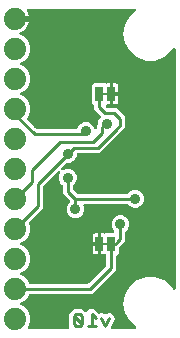
<source format=gbr>
G04 EAGLE Gerber RS-274X export*
G75*
%MOMM*%
%FSLAX34Y34*%
%LPD*%
%INBottom Copper*%
%IPPOS*%
%AMOC8*
5,1,8,0,0,1.08239X$1,22.5*%
G01*
%ADD10C,0.254000*%
%ADD11C,1.879600*%
%ADD12C,0.203200*%
%ADD13R,0.635000X1.270000*%
%ADD14C,0.889000*%

G36*
X57011Y4082D02*
X57011Y4082D01*
X57150Y4095D01*
X57169Y4102D01*
X57189Y4105D01*
X57318Y4156D01*
X57449Y4203D01*
X57466Y4214D01*
X57484Y4222D01*
X57596Y4303D01*
X57712Y4381D01*
X57725Y4397D01*
X57742Y4408D01*
X57830Y4515D01*
X57922Y4620D01*
X57932Y4638D01*
X57944Y4653D01*
X58004Y4779D01*
X58067Y4903D01*
X58071Y4923D01*
X58080Y4941D01*
X58106Y5077D01*
X58137Y5213D01*
X58136Y5234D01*
X58140Y5253D01*
X58131Y5392D01*
X58127Y5531D01*
X58121Y5551D01*
X58120Y5571D01*
X58077Y5703D01*
X58039Y5837D01*
X58028Y5854D01*
X58022Y5873D01*
X57948Y5991D01*
X57877Y6111D01*
X57858Y6132D01*
X57852Y6142D01*
X57837Y6156D01*
X57771Y6232D01*
X57746Y6256D01*
X57746Y16613D01*
X60648Y19514D01*
X61971Y20837D01*
X68938Y20837D01*
X71251Y18524D01*
X71346Y18451D01*
X71435Y18372D01*
X71471Y18354D01*
X71503Y18329D01*
X71612Y18282D01*
X71718Y18228D01*
X71757Y18219D01*
X71794Y18203D01*
X71912Y18184D01*
X72028Y18158D01*
X72069Y18159D01*
X72109Y18153D01*
X72227Y18164D01*
X72346Y18168D01*
X72385Y18179D01*
X72425Y18183D01*
X72537Y18223D01*
X72652Y18256D01*
X72686Y18277D01*
X72724Y18290D01*
X72823Y18357D01*
X72926Y18418D01*
X72971Y18458D01*
X72988Y18469D01*
X73001Y18484D01*
X73046Y18524D01*
X75360Y20837D01*
X78937Y20837D01*
X81839Y17936D01*
X82382Y17393D01*
X82441Y17347D01*
X82493Y17294D01*
X82566Y17250D01*
X82633Y17198D01*
X82702Y17168D01*
X82766Y17130D01*
X82847Y17105D01*
X82925Y17071D01*
X82999Y17060D01*
X83070Y17038D01*
X83155Y17035D01*
X83239Y17021D01*
X83314Y17028D01*
X83388Y17025D01*
X83471Y17043D01*
X83556Y17051D01*
X83626Y17076D01*
X83699Y17092D01*
X83847Y17155D01*
X85121Y17792D01*
X88441Y16685D01*
X88450Y16684D01*
X88458Y16680D01*
X88605Y16653D01*
X88753Y16623D01*
X88762Y16624D01*
X88771Y16622D01*
X88920Y16633D01*
X89071Y16641D01*
X89079Y16644D01*
X89088Y16644D01*
X89244Y16685D01*
X92563Y17792D01*
X95763Y16192D01*
X96895Y12798D01*
X93447Y5902D01*
X93415Y5812D01*
X93375Y5727D01*
X93363Y5663D01*
X93341Y5602D01*
X93333Y5507D01*
X93315Y5414D01*
X93319Y5350D01*
X93314Y5285D01*
X93329Y5191D01*
X93335Y5097D01*
X93355Y5035D01*
X93366Y4971D01*
X93404Y4884D01*
X93433Y4795D01*
X93468Y4740D01*
X93494Y4680D01*
X93553Y4606D01*
X93603Y4526D01*
X93651Y4481D01*
X93691Y4430D01*
X93766Y4373D01*
X93835Y4308D01*
X93892Y4277D01*
X93943Y4237D01*
X94031Y4200D01*
X94113Y4154D01*
X94176Y4138D01*
X94236Y4113D01*
X94330Y4099D01*
X94421Y4075D01*
X94532Y4068D01*
X94551Y4065D01*
X94560Y4066D01*
X94582Y4065D01*
X113769Y4065D01*
X113805Y4069D01*
X113840Y4067D01*
X113962Y4089D01*
X114085Y4105D01*
X114118Y4118D01*
X114153Y4124D01*
X114265Y4176D01*
X114381Y4222D01*
X114409Y4242D01*
X114441Y4257D01*
X114538Y4336D01*
X114638Y4408D01*
X114661Y4436D01*
X114688Y4458D01*
X114761Y4558D01*
X114841Y4653D01*
X114856Y4685D01*
X114877Y4714D01*
X114923Y4829D01*
X114976Y4941D01*
X114983Y4976D01*
X114996Y5009D01*
X115013Y5132D01*
X115036Y5253D01*
X115034Y5289D01*
X115039Y5324D01*
X115024Y5447D01*
X115016Y5571D01*
X115005Y5605D01*
X115001Y5640D01*
X114956Y5756D01*
X114918Y5873D01*
X114899Y5903D01*
X114887Y5936D01*
X114814Y6037D01*
X114748Y6142D01*
X114722Y6166D01*
X114702Y6195D01*
X114585Y6306D01*
X109415Y10644D01*
X105429Y17549D01*
X104045Y25400D01*
X105429Y33251D01*
X109415Y40155D01*
X115522Y45280D01*
X123014Y48007D01*
X130986Y48007D01*
X138478Y45280D01*
X144585Y40156D01*
X145967Y37762D01*
X146055Y37646D01*
X146140Y37528D01*
X146151Y37519D01*
X146159Y37509D01*
X146273Y37418D01*
X146385Y37325D01*
X146398Y37319D01*
X146408Y37311D01*
X146542Y37251D01*
X146673Y37190D01*
X146686Y37187D01*
X146699Y37182D01*
X146843Y37157D01*
X146986Y37130D01*
X146999Y37131D01*
X147012Y37128D01*
X147158Y37141D01*
X147303Y37150D01*
X147316Y37154D01*
X147329Y37155D01*
X147467Y37203D01*
X147605Y37248D01*
X147617Y37255D01*
X147630Y37259D01*
X147751Y37340D01*
X147874Y37418D01*
X147883Y37428D01*
X147895Y37435D01*
X147992Y37543D01*
X148092Y37649D01*
X148099Y37661D01*
X148108Y37671D01*
X148175Y37801D01*
X148246Y37928D01*
X148249Y37941D01*
X148255Y37953D01*
X148289Y38095D01*
X148325Y38236D01*
X148326Y38254D01*
X148328Y38263D01*
X148328Y38280D01*
X148335Y38397D01*
X148335Y241003D01*
X148317Y241148D01*
X148302Y241293D01*
X148297Y241306D01*
X148295Y241319D01*
X148242Y241454D01*
X148191Y241591D01*
X148183Y241602D01*
X148178Y241615D01*
X148093Y241732D01*
X148010Y241852D01*
X147999Y241861D01*
X147992Y241872D01*
X147880Y241965D01*
X147769Y242060D01*
X147757Y242066D01*
X147747Y242075D01*
X147615Y242137D01*
X147484Y242202D01*
X147471Y242205D01*
X147459Y242210D01*
X147317Y242238D01*
X147173Y242268D01*
X147160Y242268D01*
X147147Y242270D01*
X147002Y242261D01*
X146856Y242255D01*
X146842Y242251D01*
X146829Y242250D01*
X146691Y242206D01*
X146551Y242163D01*
X146539Y242156D01*
X146527Y242152D01*
X146404Y242075D01*
X146279Y241999D01*
X146269Y241989D01*
X146258Y241982D01*
X146158Y241876D01*
X146056Y241772D01*
X146046Y241757D01*
X146040Y241751D01*
X146032Y241736D01*
X145967Y241638D01*
X144585Y239245D01*
X138478Y234120D01*
X130986Y231393D01*
X123014Y231393D01*
X115522Y234120D01*
X109415Y239244D01*
X105429Y246149D01*
X104045Y254000D01*
X105429Y261851D01*
X109415Y268755D01*
X114585Y273094D01*
X114609Y273120D01*
X114638Y273140D01*
X114717Y273236D01*
X114801Y273327D01*
X114818Y273358D01*
X114841Y273385D01*
X114894Y273498D01*
X114953Y273607D01*
X114961Y273641D01*
X114976Y273673D01*
X114999Y273795D01*
X115030Y273915D01*
X115029Y273951D01*
X115036Y273986D01*
X115028Y274109D01*
X115027Y274233D01*
X115018Y274268D01*
X115016Y274303D01*
X114978Y274421D01*
X114946Y274541D01*
X114929Y274572D01*
X114918Y274605D01*
X114852Y274710D01*
X114791Y274819D01*
X114767Y274844D01*
X114748Y274874D01*
X114658Y274959D01*
X114572Y275049D01*
X114542Y275068D01*
X114516Y275092D01*
X114408Y275152D01*
X114303Y275218D01*
X114269Y275229D01*
X114238Y275246D01*
X114118Y275277D01*
X114000Y275314D01*
X113964Y275316D01*
X113930Y275325D01*
X113769Y275335D01*
X23674Y275335D01*
X23635Y275330D01*
X23595Y275333D01*
X23477Y275310D01*
X23359Y275295D01*
X23322Y275281D01*
X23283Y275273D01*
X23174Y275222D01*
X23063Y275178D01*
X23031Y275155D01*
X22995Y275138D01*
X22903Y275062D01*
X22806Y274992D01*
X22780Y274961D01*
X22750Y274936D01*
X22679Y274839D01*
X22603Y274747D01*
X22586Y274711D01*
X22562Y274678D01*
X22518Y274567D01*
X22467Y274459D01*
X22460Y274420D01*
X22445Y274383D01*
X22430Y274264D01*
X22408Y274147D01*
X22410Y274107D01*
X22405Y274067D01*
X22420Y273948D01*
X22427Y273829D01*
X22440Y273791D01*
X22445Y273752D01*
X22488Y273640D01*
X22525Y273527D01*
X22547Y273493D01*
X22561Y273456D01*
X22647Y273320D01*
X22911Y272957D01*
X23764Y271283D01*
X24345Y269496D01*
X24385Y269239D01*
X13970Y269239D01*
X13852Y269224D01*
X13733Y269217D01*
X13695Y269204D01*
X13655Y269199D01*
X13544Y269156D01*
X13431Y269119D01*
X13397Y269097D01*
X13359Y269082D01*
X13263Y269012D01*
X13162Y268949D01*
X13134Y268919D01*
X13102Y268895D01*
X13026Y268804D01*
X12944Y268717D01*
X12925Y268682D01*
X12899Y268651D01*
X12848Y268543D01*
X12791Y268439D01*
X12780Y268399D01*
X12763Y268363D01*
X12741Y268246D01*
X12711Y268131D01*
X12707Y268070D01*
X12703Y268050D01*
X12705Y268030D01*
X12701Y267970D01*
X12701Y265430D01*
X12716Y265312D01*
X12723Y265193D01*
X12736Y265155D01*
X12741Y265114D01*
X12785Y265004D01*
X12821Y264891D01*
X12843Y264856D01*
X12858Y264819D01*
X12928Y264723D01*
X12991Y264622D01*
X13021Y264594D01*
X13045Y264561D01*
X13136Y264486D01*
X13223Y264404D01*
X13258Y264384D01*
X13290Y264359D01*
X13397Y264308D01*
X13502Y264250D01*
X13541Y264240D01*
X13577Y264223D01*
X13694Y264201D01*
X13809Y264171D01*
X13870Y264167D01*
X13890Y264163D01*
X13910Y264165D01*
X13970Y264161D01*
X24385Y264161D01*
X24345Y263904D01*
X23764Y262117D01*
X22911Y260443D01*
X21806Y258922D01*
X20478Y257594D01*
X18957Y256489D01*
X17283Y255636D01*
X16818Y255485D01*
X16791Y255472D01*
X16762Y255465D01*
X16648Y255405D01*
X16530Y255350D01*
X16507Y255331D01*
X16481Y255317D01*
X16385Y255230D01*
X16285Y255147D01*
X16268Y255123D01*
X16246Y255103D01*
X16174Y254994D01*
X16098Y254890D01*
X16087Y254862D01*
X16071Y254837D01*
X16029Y254714D01*
X15981Y254594D01*
X15977Y254564D01*
X15968Y254536D01*
X15957Y254407D01*
X15941Y254279D01*
X15945Y254249D01*
X15942Y254219D01*
X15965Y254091D01*
X15981Y253963D01*
X15992Y253935D01*
X15997Y253906D01*
X16050Y253788D01*
X16098Y253667D01*
X16115Y253643D01*
X16127Y253616D01*
X16208Y253515D01*
X16284Y253410D01*
X16307Y253391D01*
X16326Y253367D01*
X16430Y253289D01*
X16529Y253207D01*
X16556Y253194D01*
X16580Y253176D01*
X16725Y253105D01*
X19750Y251852D01*
X23252Y248350D01*
X25147Y243776D01*
X25147Y238824D01*
X23252Y234250D01*
X19750Y230748D01*
X17395Y229773D01*
X17275Y229704D01*
X17152Y229639D01*
X17137Y229625D01*
X17119Y229615D01*
X17019Y229518D01*
X16916Y229425D01*
X16905Y229408D01*
X16891Y229394D01*
X16818Y229275D01*
X16742Y229159D01*
X16735Y229140D01*
X16724Y229123D01*
X16684Y228990D01*
X16638Y228858D01*
X16637Y228838D01*
X16631Y228819D01*
X16624Y228680D01*
X16613Y228541D01*
X16617Y228521D01*
X16616Y228501D01*
X16644Y228365D01*
X16668Y228228D01*
X16676Y228209D01*
X16680Y228190D01*
X16741Y228064D01*
X16798Y227938D01*
X16811Y227922D01*
X16820Y227904D01*
X16910Y227798D01*
X16997Y227690D01*
X17013Y227677D01*
X17026Y227662D01*
X17140Y227582D01*
X17251Y227498D01*
X17276Y227486D01*
X17286Y227479D01*
X17305Y227472D01*
X17395Y227427D01*
X19750Y226452D01*
X23252Y222950D01*
X25147Y218376D01*
X25147Y213424D01*
X23252Y208850D01*
X19750Y205348D01*
X17395Y204373D01*
X17275Y204304D01*
X17152Y204239D01*
X17137Y204225D01*
X17119Y204215D01*
X17019Y204118D01*
X16916Y204025D01*
X16905Y204008D01*
X16891Y203994D01*
X16818Y203875D01*
X16742Y203759D01*
X16735Y203740D01*
X16724Y203723D01*
X16684Y203590D01*
X16638Y203458D01*
X16637Y203438D01*
X16631Y203419D01*
X16624Y203280D01*
X16613Y203141D01*
X16617Y203121D01*
X16616Y203101D01*
X16644Y202965D01*
X16668Y202828D01*
X16676Y202809D01*
X16680Y202790D01*
X16741Y202664D01*
X16798Y202538D01*
X16811Y202522D01*
X16820Y202504D01*
X16910Y202398D01*
X16997Y202290D01*
X17013Y202277D01*
X17026Y202262D01*
X17140Y202182D01*
X17251Y202098D01*
X17276Y202086D01*
X17286Y202079D01*
X17305Y202072D01*
X17395Y202027D01*
X19750Y201052D01*
X23252Y197550D01*
X25147Y192976D01*
X25147Y188024D01*
X23252Y183450D01*
X22912Y183110D01*
X22840Y183016D01*
X22761Y182927D01*
X22742Y182891D01*
X22718Y182859D01*
X22670Y182749D01*
X22616Y182644D01*
X22607Y182604D01*
X22591Y182567D01*
X22572Y182449D01*
X22546Y182333D01*
X22548Y182293D01*
X22541Y182253D01*
X22552Y182134D01*
X22556Y182015D01*
X22567Y181977D01*
X22571Y181936D01*
X22611Y181824D01*
X22645Y181710D01*
X22665Y181675D01*
X22679Y181637D01*
X22746Y181538D01*
X22806Y181436D01*
X22846Y181391D01*
X22857Y181374D01*
X22873Y181360D01*
X22912Y181315D01*
X30627Y173600D01*
X30705Y173540D01*
X30778Y173472D01*
X30831Y173443D01*
X30878Y173406D01*
X30969Y173366D01*
X31056Y173318D01*
X31115Y173303D01*
X31170Y173279D01*
X31268Y173264D01*
X31364Y173239D01*
X31464Y173233D01*
X31484Y173229D01*
X31497Y173231D01*
X31525Y173229D01*
X64168Y173229D01*
X64197Y173232D01*
X64226Y173230D01*
X64354Y173252D01*
X64483Y173269D01*
X64510Y173279D01*
X64540Y173284D01*
X64658Y173338D01*
X64779Y173386D01*
X64803Y173403D01*
X64830Y173415D01*
X64931Y173496D01*
X65036Y173572D01*
X65055Y173595D01*
X65078Y173614D01*
X65156Y173717D01*
X65239Y173817D01*
X65252Y173844D01*
X65269Y173868D01*
X65340Y174012D01*
X66037Y175695D01*
X68145Y177803D01*
X70899Y178944D01*
X73881Y178944D01*
X76635Y177803D01*
X78743Y175695D01*
X79389Y174136D01*
X79439Y174047D01*
X79482Y173954D01*
X79518Y173910D01*
X79546Y173860D01*
X79617Y173786D01*
X79681Y173707D01*
X79727Y173673D01*
X79767Y173631D01*
X79855Y173578D01*
X79937Y173517D01*
X79990Y173495D01*
X80038Y173465D01*
X80136Y173435D01*
X80231Y173396D01*
X80288Y173388D01*
X80342Y173372D01*
X80444Y173367D01*
X80546Y173353D01*
X80603Y173359D01*
X80660Y173356D01*
X80760Y173377D01*
X80862Y173389D01*
X80915Y173409D01*
X80972Y173421D01*
X81064Y173466D01*
X81159Y173502D01*
X81206Y173535D01*
X81257Y173560D01*
X81335Y173627D01*
X81418Y173686D01*
X81455Y173729D01*
X81499Y173767D01*
X81558Y173851D01*
X81624Y173928D01*
X81649Y173980D01*
X81682Y174027D01*
X81719Y174122D01*
X81763Y174214D01*
X81788Y174304D01*
X81795Y174324D01*
X81797Y174338D01*
X81805Y174370D01*
X82056Y175608D01*
X82059Y175655D01*
X82071Y175700D01*
X82081Y175860D01*
X82081Y177089D01*
X82155Y177163D01*
X82236Y177266D01*
X82321Y177367D01*
X82333Y177392D01*
X82350Y177414D01*
X82402Y177534D01*
X82460Y177653D01*
X82470Y177691D01*
X82476Y177706D01*
X82480Y177727D01*
X82502Y177808D01*
X82586Y178224D01*
X82587Y178225D01*
X82610Y178315D01*
X82642Y178402D01*
X82649Y178469D01*
X82666Y178533D01*
X82676Y178694D01*
X82676Y179291D01*
X83817Y182045D01*
X84730Y182958D01*
X84803Y183052D01*
X84882Y183141D01*
X84900Y183177D01*
X84925Y183209D01*
X84972Y183318D01*
X85026Y183424D01*
X85035Y183464D01*
X85051Y183501D01*
X85070Y183618D01*
X85096Y183734D01*
X85095Y183775D01*
X85101Y183815D01*
X85090Y183934D01*
X85086Y184052D01*
X85075Y184091D01*
X85071Y184131D01*
X85031Y184244D01*
X84998Y184358D01*
X84977Y184393D01*
X84964Y184431D01*
X84897Y184529D01*
X84836Y184632D01*
X84796Y184677D01*
X84785Y184694D01*
X84770Y184707D01*
X84730Y184753D01*
X84210Y185273D01*
X79501Y189981D01*
X79501Y193156D01*
X79489Y193255D01*
X79486Y193354D01*
X79469Y193412D01*
X79461Y193472D01*
X79425Y193564D01*
X79397Y193659D01*
X79367Y193711D01*
X79344Y193768D01*
X79286Y193848D01*
X79236Y193933D01*
X79170Y194008D01*
X79158Y194025D01*
X79148Y194033D01*
X79130Y194054D01*
X77596Y195587D01*
X77596Y210813D01*
X79382Y212599D01*
X88258Y212599D01*
X88608Y212249D01*
X88691Y212184D01*
X88769Y212112D01*
X88817Y212087D01*
X88859Y212054D01*
X88956Y212012D01*
X89049Y211962D01*
X89101Y211949D01*
X89151Y211927D01*
X89256Y211911D01*
X89358Y211885D01*
X89412Y211886D01*
X89465Y211878D01*
X89571Y211887D01*
X89676Y211888D01*
X89760Y211905D01*
X89782Y211907D01*
X89796Y211913D01*
X89834Y211920D01*
X90471Y212091D01*
X92393Y212091D01*
X92393Y208534D01*
X92408Y208416D01*
X92416Y208297D01*
X92428Y208259D01*
X92433Y208218D01*
X92477Y208108D01*
X92514Y207995D01*
X92535Y207960D01*
X92550Y207923D01*
X92620Y207827D01*
X92684Y207726D01*
X92713Y207698D01*
X92737Y207665D01*
X92829Y207589D01*
X92915Y207508D01*
X92951Y207488D01*
X92982Y207463D01*
X93090Y207412D01*
X93194Y207354D01*
X93233Y207344D01*
X93270Y207327D01*
X93386Y207305D01*
X93502Y207275D01*
X93562Y207271D01*
X93582Y207267D01*
X93602Y207269D01*
X93662Y207265D01*
X94298Y207265D01*
X94416Y207280D01*
X94534Y207287D01*
X94573Y207300D01*
X94613Y207305D01*
X94724Y207348D01*
X94837Y207385D01*
X94871Y207407D01*
X94909Y207422D01*
X95005Y207491D01*
X95106Y207555D01*
X95133Y207585D01*
X95166Y207608D01*
X95242Y207700D01*
X95324Y207787D01*
X95343Y207822D01*
X95369Y207853D01*
X95420Y207961D01*
X95477Y208065D01*
X95487Y208105D01*
X95504Y208141D01*
X95527Y208258D01*
X95557Y208373D01*
X95560Y208433D01*
X95564Y208453D01*
X95563Y208474D01*
X95567Y208534D01*
X95567Y212091D01*
X97489Y212091D01*
X98136Y211918D01*
X98715Y211583D01*
X99188Y211110D01*
X99523Y210531D01*
X99696Y209884D01*
X99696Y204787D01*
X98044Y204787D01*
X97926Y204772D01*
X97807Y204764D01*
X97769Y204752D01*
X97728Y204747D01*
X97618Y204703D01*
X97505Y204666D01*
X97470Y204645D01*
X97433Y204630D01*
X97337Y204560D01*
X97236Y204496D01*
X97208Y204467D01*
X97175Y204443D01*
X97099Y204351D01*
X97018Y204265D01*
X96998Y204229D01*
X96973Y204198D01*
X96922Y204090D01*
X96864Y203986D01*
X96854Y203947D01*
X96837Y203910D01*
X96815Y203794D01*
X96785Y203678D01*
X96781Y203618D01*
X96777Y203598D01*
X96779Y203578D01*
X96775Y203518D01*
X96775Y202882D01*
X96790Y202764D01*
X96797Y202646D01*
X96810Y202607D01*
X96815Y202567D01*
X96858Y202456D01*
X96895Y202343D01*
X96917Y202309D01*
X96932Y202271D01*
X97001Y202175D01*
X97065Y202074D01*
X97095Y202047D01*
X97118Y202014D01*
X97210Y201938D01*
X97297Y201856D01*
X97332Y201837D01*
X97363Y201811D01*
X97471Y201760D01*
X97575Y201703D01*
X97615Y201693D01*
X97651Y201676D01*
X97768Y201653D01*
X97883Y201623D01*
X97943Y201620D01*
X97963Y201616D01*
X97984Y201617D01*
X98044Y201613D01*
X99696Y201613D01*
X99696Y196516D01*
X99523Y195869D01*
X99188Y195290D01*
X98715Y194817D01*
X98136Y194482D01*
X97489Y194309D01*
X95567Y194309D01*
X95567Y197866D01*
X95552Y197984D01*
X95544Y198103D01*
X95532Y198141D01*
X95527Y198182D01*
X95483Y198292D01*
X95446Y198405D01*
X95425Y198440D01*
X95410Y198477D01*
X95340Y198573D01*
X95276Y198674D01*
X95247Y198702D01*
X95223Y198735D01*
X95131Y198811D01*
X95045Y198892D01*
X95009Y198912D01*
X94978Y198937D01*
X94870Y198988D01*
X94766Y199046D01*
X94727Y199056D01*
X94690Y199073D01*
X94574Y199095D01*
X94458Y199125D01*
X94398Y199129D01*
X94378Y199133D01*
X94358Y199131D01*
X94298Y199135D01*
X93662Y199135D01*
X93544Y199120D01*
X93426Y199113D01*
X93387Y199100D01*
X93347Y199095D01*
X93236Y199052D01*
X93123Y199015D01*
X93089Y198993D01*
X93051Y198978D01*
X92955Y198909D01*
X92854Y198845D01*
X92827Y198815D01*
X92794Y198792D01*
X92718Y198700D01*
X92636Y198613D01*
X92617Y198578D01*
X92591Y198547D01*
X92540Y198439D01*
X92483Y198335D01*
X92473Y198295D01*
X92456Y198259D01*
X92433Y198142D01*
X92403Y198027D01*
X92400Y197967D01*
X92396Y197947D01*
X92397Y197926D01*
X92393Y197866D01*
X92393Y194309D01*
X90453Y194309D01*
X90315Y194292D01*
X90176Y194279D01*
X90157Y194272D01*
X90137Y194269D01*
X90007Y194218D01*
X89877Y194171D01*
X89860Y194160D01*
X89841Y194152D01*
X89729Y194071D01*
X89614Y193993D01*
X89600Y193977D01*
X89584Y193966D01*
X89495Y193858D01*
X89403Y193754D01*
X89394Y193736D01*
X89381Y193721D01*
X89322Y193595D01*
X89259Y193471D01*
X89254Y193451D01*
X89246Y193433D01*
X89220Y193296D01*
X89189Y193161D01*
X89190Y193140D01*
X89186Y193121D01*
X89195Y192982D01*
X89199Y192843D01*
X89204Y192823D01*
X89206Y192803D01*
X89248Y192671D01*
X89287Y192537D01*
X89297Y192520D01*
X89304Y192501D01*
X89378Y192383D01*
X89449Y192263D01*
X89467Y192242D01*
X89474Y192232D01*
X89489Y192218D01*
X89555Y192143D01*
X90317Y191380D01*
X90395Y191320D01*
X90468Y191252D01*
X90521Y191223D01*
X90568Y191186D01*
X90659Y191146D01*
X90746Y191098D01*
X90805Y191083D01*
X90860Y191059D01*
X90958Y191044D01*
X91054Y191019D01*
X91154Y191013D01*
X91174Y191009D01*
X91187Y191011D01*
X91215Y191009D01*
X98309Y191009D01*
X105919Y183399D01*
X105919Y174741D01*
X84339Y153161D01*
X65913Y153161D01*
X65795Y153146D01*
X65676Y153139D01*
X65638Y153126D01*
X65597Y153121D01*
X65487Y153078D01*
X65374Y153041D01*
X65339Y153019D01*
X65302Y153004D01*
X65206Y152935D01*
X65105Y152871D01*
X65077Y152841D01*
X65044Y152818D01*
X64968Y152726D01*
X64887Y152639D01*
X64867Y152604D01*
X64842Y152573D01*
X64791Y152465D01*
X64733Y152361D01*
X64723Y152321D01*
X64706Y152285D01*
X64684Y152168D01*
X64654Y152053D01*
X64650Y151993D01*
X64646Y151973D01*
X64648Y151952D01*
X64644Y151892D01*
X64644Y150909D01*
X63503Y148155D01*
X61395Y146047D01*
X58641Y144906D01*
X56290Y144906D01*
X56191Y144894D01*
X56092Y144891D01*
X56034Y144874D01*
X55974Y144866D01*
X55882Y144830D01*
X55787Y144802D01*
X55735Y144772D01*
X55678Y144749D01*
X55598Y144691D01*
X55513Y144641D01*
X55438Y144575D01*
X55421Y144563D01*
X55413Y144553D01*
X55392Y144535D01*
X51680Y140823D01*
X51637Y140767D01*
X51587Y140719D01*
X51540Y140642D01*
X51485Y140571D01*
X51457Y140507D01*
X51421Y140448D01*
X51395Y140362D01*
X51359Y140279D01*
X51348Y140210D01*
X51327Y140144D01*
X51323Y140054D01*
X51309Y139965D01*
X51316Y139896D01*
X51312Y139826D01*
X51330Y139738D01*
X51339Y139649D01*
X51362Y139583D01*
X51377Y139515D01*
X51416Y139434D01*
X51446Y139349D01*
X51486Y139292D01*
X51516Y139229D01*
X51574Y139161D01*
X51625Y139086D01*
X51677Y139040D01*
X51723Y138987D01*
X51796Y138935D01*
X51863Y138876D01*
X51926Y138844D01*
X51983Y138804D01*
X52067Y138772D01*
X52147Y138731D01*
X52215Y138716D01*
X52280Y138691D01*
X52369Y138681D01*
X52457Y138662D01*
X52527Y138664D01*
X52596Y138656D01*
X52685Y138668D01*
X52775Y138671D01*
X52842Y138691D01*
X52911Y138700D01*
X53063Y138752D01*
X55659Y139828D01*
X58641Y139828D01*
X61395Y138687D01*
X63503Y136579D01*
X64644Y133825D01*
X64644Y130843D01*
X63503Y128089D01*
X61840Y126427D01*
X61780Y126348D01*
X61712Y126276D01*
X61683Y126223D01*
X61646Y126175D01*
X61606Y126085D01*
X61558Y125998D01*
X61543Y125939D01*
X61519Y125884D01*
X61504Y125786D01*
X61479Y125690D01*
X61473Y125590D01*
X61469Y125570D01*
X61471Y125557D01*
X61469Y125529D01*
X61469Y122965D01*
X61481Y122866D01*
X61484Y122767D01*
X61501Y122709D01*
X61509Y122649D01*
X61545Y122557D01*
X61573Y122462D01*
X61603Y122410D01*
X61626Y122353D01*
X61684Y122273D01*
X61734Y122188D01*
X61800Y122113D01*
X61812Y122096D01*
X61822Y122088D01*
X61840Y122067D01*
X64917Y118990D01*
X64995Y118930D01*
X65068Y118862D01*
X65121Y118833D01*
X65168Y118796D01*
X65259Y118756D01*
X65346Y118708D01*
X65405Y118693D01*
X65460Y118669D01*
X65558Y118654D01*
X65654Y118629D01*
X65754Y118623D01*
X65774Y118619D01*
X65787Y118621D01*
X65815Y118619D01*
X107495Y118619D01*
X107593Y118631D01*
X107692Y118634D01*
X107751Y118651D01*
X107811Y118659D01*
X107903Y118695D01*
X107998Y118723D01*
X108050Y118753D01*
X108106Y118776D01*
X108187Y118834D01*
X108272Y118884D01*
X108347Y118950D01*
X108364Y118962D01*
X108372Y118972D01*
X108393Y118990D01*
X110055Y120653D01*
X112809Y121794D01*
X115791Y121794D01*
X118545Y120653D01*
X120653Y118545D01*
X121794Y115791D01*
X121794Y112809D01*
X120653Y110055D01*
X118545Y107947D01*
X115791Y106806D01*
X112809Y106806D01*
X110055Y107947D01*
X108393Y109610D01*
X108314Y109670D01*
X108242Y109738D01*
X108189Y109767D01*
X108141Y109804D01*
X108051Y109844D01*
X107964Y109892D01*
X107905Y109907D01*
X107850Y109931D01*
X107752Y109946D01*
X107656Y109971D01*
X107556Y109977D01*
X107536Y109981D01*
X107523Y109979D01*
X107495Y109981D01*
X71617Y109981D01*
X71568Y109975D01*
X71518Y109977D01*
X71411Y109955D01*
X71302Y109941D01*
X71255Y109923D01*
X71207Y109913D01*
X71108Y109865D01*
X71006Y109824D01*
X70966Y109795D01*
X70921Y109773D01*
X70838Y109702D01*
X70749Y109638D01*
X70717Y109599D01*
X70679Y109567D01*
X70616Y109477D01*
X70546Y109393D01*
X70525Y109348D01*
X70496Y109307D01*
X70457Y109204D01*
X70410Y109105D01*
X70401Y109056D01*
X70383Y109010D01*
X70371Y108900D01*
X70351Y108793D01*
X70354Y108743D01*
X70348Y108694D01*
X70363Y108585D01*
X70370Y108475D01*
X70386Y108428D01*
X70393Y108379D01*
X70445Y108226D01*
X70994Y106901D01*
X70994Y103919D01*
X69853Y101165D01*
X67745Y99057D01*
X64991Y97916D01*
X62009Y97916D01*
X59255Y99057D01*
X57147Y101165D01*
X56006Y103919D01*
X56006Y106901D01*
X57147Y109655D01*
X58695Y111203D01*
X58768Y111297D01*
X58847Y111386D01*
X58865Y111422D01*
X58890Y111454D01*
X58937Y111563D01*
X58991Y111669D01*
X59000Y111708D01*
X59016Y111746D01*
X59035Y111863D01*
X59061Y111979D01*
X59060Y112020D01*
X59066Y112060D01*
X59055Y112178D01*
X59051Y112297D01*
X59040Y112336D01*
X59036Y112376D01*
X58996Y112489D01*
X58963Y112603D01*
X58942Y112638D01*
X58929Y112676D01*
X58862Y112774D01*
X58801Y112877D01*
X58761Y112922D01*
X58750Y112939D01*
X58735Y112952D01*
X58695Y112998D01*
X55883Y115810D01*
X52831Y118861D01*
X52831Y125529D01*
X52819Y125627D01*
X52816Y125726D01*
X52799Y125785D01*
X52791Y125845D01*
X52755Y125937D01*
X52727Y126032D01*
X52697Y126084D01*
X52674Y126140D01*
X52616Y126221D01*
X52566Y126306D01*
X52500Y126381D01*
X52488Y126398D01*
X52478Y126406D01*
X52460Y126427D01*
X50797Y128089D01*
X49656Y130843D01*
X49656Y133825D01*
X50732Y136421D01*
X50750Y136488D01*
X50778Y136552D01*
X50792Y136641D01*
X50816Y136727D01*
X50817Y136797D01*
X50828Y136866D01*
X50819Y136956D01*
X50821Y137045D01*
X50804Y137113D01*
X50798Y137183D01*
X50767Y137267D01*
X50746Y137355D01*
X50714Y137416D01*
X50690Y137482D01*
X50640Y137556D01*
X50598Y137636D01*
X50551Y137687D01*
X50512Y137745D01*
X50444Y137805D01*
X50384Y137871D01*
X50325Y137909D01*
X50273Y137956D01*
X50193Y137996D01*
X50118Y138046D01*
X50052Y138068D01*
X49990Y138100D01*
X49902Y138120D01*
X49817Y138149D01*
X49748Y138155D01*
X49680Y138170D01*
X49590Y138167D01*
X49500Y138174D01*
X49432Y138162D01*
X49362Y138160D01*
X49275Y138135D01*
X49187Y138120D01*
X49123Y138091D01*
X49056Y138072D01*
X48979Y138026D01*
X48897Y137989D01*
X48842Y137946D01*
X48782Y137910D01*
X48661Y137804D01*
X36440Y125583D01*
X36380Y125505D01*
X36312Y125432D01*
X36283Y125379D01*
X36246Y125332D01*
X36206Y125241D01*
X36158Y125154D01*
X36143Y125095D01*
X36119Y125040D01*
X36104Y124942D01*
X36079Y124846D01*
X36073Y124746D01*
X36069Y124726D01*
X36071Y124713D01*
X36069Y124685D01*
X36069Y106161D01*
X31897Y101990D01*
X24615Y94707D01*
X24597Y94684D01*
X24574Y94665D01*
X24500Y94559D01*
X24420Y94456D01*
X24408Y94429D01*
X24391Y94405D01*
X24345Y94283D01*
X24294Y94164D01*
X24289Y94135D01*
X24278Y94107D01*
X24264Y93978D01*
X24244Y93850D01*
X24247Y93821D01*
X24243Y93791D01*
X24261Y93663D01*
X24274Y93533D01*
X24284Y93506D01*
X24288Y93476D01*
X24340Y93324D01*
X25147Y91376D01*
X25147Y86424D01*
X23252Y81850D01*
X19750Y78348D01*
X17395Y77373D01*
X17275Y77304D01*
X17152Y77239D01*
X17137Y77225D01*
X17119Y77215D01*
X17019Y77118D01*
X16916Y77025D01*
X16905Y77008D01*
X16891Y76994D01*
X16818Y76875D01*
X16742Y76759D01*
X16735Y76740D01*
X16724Y76723D01*
X16684Y76590D01*
X16638Y76458D01*
X16637Y76438D01*
X16631Y76419D01*
X16624Y76280D01*
X16613Y76141D01*
X16617Y76121D01*
X16616Y76101D01*
X16644Y75965D01*
X16668Y75828D01*
X16676Y75809D01*
X16680Y75790D01*
X16741Y75664D01*
X16798Y75538D01*
X16811Y75522D01*
X16820Y75504D01*
X16910Y75398D01*
X16997Y75290D01*
X17013Y75277D01*
X17026Y75262D01*
X17140Y75182D01*
X17251Y75098D01*
X17276Y75086D01*
X17286Y75079D01*
X17305Y75072D01*
X17395Y75027D01*
X19750Y74052D01*
X23252Y70550D01*
X25147Y65976D01*
X25147Y61024D01*
X23252Y56450D01*
X19750Y52948D01*
X17395Y51973D01*
X17275Y51904D01*
X17152Y51839D01*
X17137Y51825D01*
X17119Y51815D01*
X17019Y51718D01*
X16916Y51625D01*
X16905Y51608D01*
X16891Y51594D01*
X16818Y51475D01*
X16742Y51359D01*
X16735Y51340D01*
X16724Y51323D01*
X16684Y51190D01*
X16638Y51058D01*
X16637Y51038D01*
X16631Y51019D01*
X16624Y50880D01*
X16613Y50741D01*
X16617Y50721D01*
X16616Y50701D01*
X16644Y50565D01*
X16668Y50428D01*
X16676Y50409D01*
X16680Y50390D01*
X16741Y50264D01*
X16798Y50138D01*
X16811Y50122D01*
X16820Y50104D01*
X16910Y49998D01*
X16997Y49890D01*
X17013Y49877D01*
X17026Y49862D01*
X17140Y49782D01*
X17251Y49698D01*
X17276Y49686D01*
X17286Y49679D01*
X17305Y49672D01*
X17395Y49627D01*
X19750Y48652D01*
X23252Y45150D01*
X24059Y43202D01*
X24073Y43177D01*
X24083Y43149D01*
X24152Y43039D01*
X24216Y42926D01*
X24237Y42905D01*
X24253Y42880D01*
X24347Y42791D01*
X24438Y42698D01*
X24463Y42682D01*
X24484Y42662D01*
X24598Y42599D01*
X24709Y42531D01*
X24737Y42523D01*
X24763Y42508D01*
X24889Y42476D01*
X25013Y42438D01*
X25042Y42436D01*
X25071Y42429D01*
X25231Y42419D01*
X73885Y42419D01*
X73984Y42431D01*
X74083Y42434D01*
X74141Y42451D01*
X74201Y42459D01*
X74293Y42495D01*
X74388Y42523D01*
X74440Y42553D01*
X74497Y42576D01*
X74577Y42634D01*
X74662Y42684D01*
X74737Y42750D01*
X74754Y42762D01*
X74762Y42772D01*
X74783Y42790D01*
X89290Y57297D01*
X89350Y57375D01*
X89418Y57448D01*
X89447Y57501D01*
X89484Y57548D01*
X89524Y57639D01*
X89572Y57726D01*
X89587Y57785D01*
X89611Y57840D01*
X89626Y57938D01*
X89651Y58034D01*
X89657Y58134D01*
X89661Y58154D01*
X89659Y58167D01*
X89661Y58195D01*
X89661Y66156D01*
X89649Y66255D01*
X89646Y66353D01*
X89629Y66412D01*
X89621Y66472D01*
X89585Y66564D01*
X89558Y66659D01*
X89527Y66711D01*
X89504Y66768D01*
X89446Y66848D01*
X89396Y66933D01*
X89330Y67008D01*
X89318Y67025D01*
X89308Y67033D01*
X89290Y67054D01*
X89192Y67151D01*
X89109Y67216D01*
X89031Y67288D01*
X88983Y67313D01*
X88941Y67346D01*
X88844Y67388D01*
X88751Y67438D01*
X88699Y67451D01*
X88649Y67473D01*
X88545Y67489D01*
X88442Y67515D01*
X88388Y67514D01*
X88335Y67522D01*
X88230Y67513D01*
X88124Y67512D01*
X88040Y67495D01*
X88018Y67493D01*
X88004Y67487D01*
X87966Y67480D01*
X87329Y67309D01*
X85407Y67309D01*
X85407Y70866D01*
X85392Y70984D01*
X85384Y71103D01*
X85372Y71141D01*
X85367Y71182D01*
X85323Y71292D01*
X85286Y71405D01*
X85265Y71440D01*
X85250Y71477D01*
X85180Y71573D01*
X85116Y71674D01*
X85087Y71702D01*
X85063Y71735D01*
X84971Y71811D01*
X84885Y71892D01*
X84849Y71912D01*
X84818Y71937D01*
X84710Y71988D01*
X84606Y72046D01*
X84567Y72056D01*
X84530Y72073D01*
X84414Y72095D01*
X84298Y72125D01*
X84238Y72129D01*
X84218Y72133D01*
X84198Y72131D01*
X84138Y72135D01*
X83502Y72135D01*
X83384Y72120D01*
X83266Y72113D01*
X83227Y72100D01*
X83187Y72095D01*
X83076Y72052D01*
X82963Y72015D01*
X82929Y71993D01*
X82891Y71978D01*
X82795Y71909D01*
X82694Y71845D01*
X82667Y71815D01*
X82634Y71792D01*
X82558Y71700D01*
X82476Y71613D01*
X82457Y71578D01*
X82431Y71547D01*
X82380Y71439D01*
X82323Y71335D01*
X82313Y71295D01*
X82296Y71259D01*
X82273Y71142D01*
X82243Y71027D01*
X82240Y70967D01*
X82236Y70947D01*
X82237Y70926D01*
X82233Y70866D01*
X82233Y67309D01*
X80311Y67309D01*
X79664Y67482D01*
X79085Y67817D01*
X78612Y68290D01*
X78277Y68869D01*
X78104Y69516D01*
X78104Y74613D01*
X79756Y74613D01*
X79874Y74628D01*
X79993Y74636D01*
X80031Y74648D01*
X80072Y74653D01*
X80182Y74697D01*
X80295Y74734D01*
X80330Y74755D01*
X80367Y74770D01*
X80463Y74840D01*
X80564Y74904D01*
X80592Y74933D01*
X80625Y74957D01*
X80701Y75049D01*
X80782Y75135D01*
X80802Y75171D01*
X80827Y75202D01*
X80878Y75310D01*
X80936Y75414D01*
X80946Y75453D01*
X80963Y75490D01*
X80985Y75606D01*
X81015Y75722D01*
X81019Y75782D01*
X81023Y75802D01*
X81021Y75822D01*
X81025Y75882D01*
X81025Y76518D01*
X81010Y76636D01*
X81003Y76754D01*
X80990Y76793D01*
X80985Y76833D01*
X80942Y76944D01*
X80905Y77057D01*
X80883Y77091D01*
X80868Y77129D01*
X80799Y77225D01*
X80735Y77326D01*
X80705Y77353D01*
X80682Y77386D01*
X80590Y77462D01*
X80503Y77544D01*
X80468Y77563D01*
X80437Y77589D01*
X80329Y77640D01*
X80225Y77697D01*
X80185Y77707D01*
X80149Y77724D01*
X80032Y77747D01*
X79917Y77777D01*
X79857Y77780D01*
X79837Y77784D01*
X79816Y77783D01*
X79756Y77787D01*
X78104Y77787D01*
X78104Y82884D01*
X78277Y83531D01*
X78612Y84110D01*
X79085Y84583D01*
X79664Y84918D01*
X80311Y85091D01*
X82233Y85091D01*
X82233Y81534D01*
X82248Y81416D01*
X82256Y81297D01*
X82268Y81259D01*
X82273Y81218D01*
X82317Y81108D01*
X82354Y80995D01*
X82375Y80960D01*
X82390Y80923D01*
X82460Y80827D01*
X82524Y80726D01*
X82553Y80698D01*
X82577Y80665D01*
X82669Y80589D01*
X82755Y80508D01*
X82791Y80488D01*
X82822Y80463D01*
X82930Y80412D01*
X83034Y80354D01*
X83073Y80344D01*
X83110Y80327D01*
X83226Y80305D01*
X83342Y80275D01*
X83402Y80271D01*
X83422Y80267D01*
X83442Y80269D01*
X83502Y80265D01*
X84138Y80265D01*
X84256Y80280D01*
X84374Y80287D01*
X84413Y80300D01*
X84453Y80305D01*
X84564Y80348D01*
X84677Y80385D01*
X84711Y80407D01*
X84749Y80422D01*
X84845Y80491D01*
X84946Y80555D01*
X84973Y80585D01*
X85006Y80608D01*
X85082Y80700D01*
X85164Y80787D01*
X85183Y80822D01*
X85209Y80853D01*
X85260Y80961D01*
X85317Y81065D01*
X85327Y81105D01*
X85344Y81141D01*
X85367Y81258D01*
X85397Y81373D01*
X85400Y81433D01*
X85404Y81453D01*
X85403Y81474D01*
X85407Y81534D01*
X85407Y85091D01*
X87329Y85091D01*
X87966Y84920D01*
X88071Y84906D01*
X88174Y84883D01*
X88228Y84884D01*
X88281Y84877D01*
X88386Y84889D01*
X88492Y84892D01*
X88544Y84907D01*
X88597Y84913D01*
X88696Y84951D01*
X88797Y84981D01*
X88844Y85008D01*
X88894Y85027D01*
X88980Y85089D01*
X89071Y85142D01*
X89135Y85199D01*
X89153Y85211D01*
X89163Y85223D01*
X89192Y85249D01*
X89542Y85599D01*
X95049Y85599D01*
X95187Y85616D01*
X95326Y85629D01*
X95345Y85636D01*
X95365Y85639D01*
X95494Y85690D01*
X95625Y85737D01*
X95642Y85748D01*
X95661Y85756D01*
X95773Y85837D01*
X95888Y85915D01*
X95901Y85931D01*
X95918Y85942D01*
X96007Y86050D01*
X96099Y86154D01*
X96108Y86172D01*
X96121Y86187D01*
X96180Y86313D01*
X96243Y86437D01*
X96248Y86457D01*
X96256Y86475D01*
X96282Y86612D01*
X96313Y86747D01*
X96312Y86768D01*
X96316Y86787D01*
X96307Y86926D01*
X96303Y87065D01*
X96298Y87085D01*
X96296Y87105D01*
X96254Y87237D01*
X96215Y87371D01*
X96204Y87388D01*
X96198Y87407D01*
X96124Y87525D01*
X96053Y87645D01*
X96035Y87666D01*
X96028Y87676D01*
X96013Y87690D01*
X95947Y87765D01*
X95247Y88465D01*
X94106Y91219D01*
X94106Y94201D01*
X95247Y96955D01*
X97355Y99063D01*
X100109Y100204D01*
X103091Y100204D01*
X105845Y99063D01*
X107953Y96955D01*
X109094Y94201D01*
X109094Y91219D01*
X107953Y88465D01*
X106290Y86803D01*
X106230Y86724D01*
X106162Y86652D01*
X106133Y86599D01*
X106096Y86551D01*
X106056Y86461D01*
X106008Y86374D01*
X105993Y86315D01*
X105969Y86260D01*
X105954Y86162D01*
X105929Y86066D01*
X105923Y85966D01*
X105919Y85946D01*
X105921Y85933D01*
X105919Y85905D01*
X105919Y78221D01*
X100575Y72878D01*
X100515Y72800D01*
X100447Y72727D01*
X100418Y72674D01*
X100381Y72627D01*
X100341Y72536D01*
X100293Y72449D01*
X100278Y72390D01*
X100254Y72335D01*
X100239Y72237D01*
X100214Y72141D01*
X100208Y72041D01*
X100204Y72021D01*
X100206Y72008D01*
X100204Y71980D01*
X100204Y68587D01*
X98670Y67054D01*
X98610Y66976D01*
X98542Y66904D01*
X98513Y66851D01*
X98476Y66803D01*
X98436Y66712D01*
X98388Y66625D01*
X98373Y66566D01*
X98349Y66511D01*
X98334Y66413D01*
X98309Y66317D01*
X98303Y66217D01*
X98299Y66197D01*
X98301Y66184D01*
X98299Y66156D01*
X98299Y54091D01*
X77989Y33781D01*
X25231Y33781D01*
X25202Y33778D01*
X25173Y33780D01*
X25045Y33758D01*
X24916Y33741D01*
X24889Y33731D01*
X24859Y33726D01*
X24741Y33672D01*
X24620Y33624D01*
X24596Y33607D01*
X24569Y33595D01*
X24468Y33514D01*
X24363Y33438D01*
X24344Y33415D01*
X24321Y33396D01*
X24243Y33293D01*
X24160Y33193D01*
X24147Y33166D01*
X24130Y33142D01*
X24059Y32998D01*
X23252Y31050D01*
X19750Y27548D01*
X17395Y26573D01*
X17275Y26504D01*
X17152Y26439D01*
X17137Y26425D01*
X17119Y26415D01*
X17019Y26318D01*
X16916Y26225D01*
X16905Y26208D01*
X16891Y26194D01*
X16818Y26075D01*
X16742Y25959D01*
X16735Y25940D01*
X16724Y25923D01*
X16684Y25790D01*
X16638Y25658D01*
X16637Y25638D01*
X16631Y25619D01*
X16624Y25480D01*
X16613Y25341D01*
X16617Y25321D01*
X16616Y25301D01*
X16644Y25165D01*
X16668Y25028D01*
X16676Y25009D01*
X16680Y24990D01*
X16741Y24864D01*
X16798Y24738D01*
X16811Y24722D01*
X16820Y24704D01*
X16910Y24598D01*
X16997Y24490D01*
X17013Y24477D01*
X17026Y24462D01*
X17140Y24382D01*
X17251Y24298D01*
X17276Y24286D01*
X17286Y24279D01*
X17305Y24272D01*
X17395Y24227D01*
X19750Y23252D01*
X23252Y19750D01*
X25147Y15176D01*
X25147Y10224D01*
X23322Y5820D01*
X23309Y5772D01*
X23288Y5727D01*
X23267Y5619D01*
X23238Y5513D01*
X23238Y5463D01*
X23228Y5414D01*
X23235Y5305D01*
X23233Y5195D01*
X23245Y5147D01*
X23248Y5097D01*
X23282Y4993D01*
X23307Y4886D01*
X23331Y4842D01*
X23346Y4795D01*
X23405Y4702D01*
X23456Y4605D01*
X23490Y4568D01*
X23516Y4526D01*
X23596Y4451D01*
X23670Y4369D01*
X23712Y4342D01*
X23748Y4308D01*
X23844Y4255D01*
X23936Y4195D01*
X23983Y4178D01*
X24026Y4154D01*
X24133Y4127D01*
X24237Y4091D01*
X24286Y4087D01*
X24334Y4075D01*
X24495Y4065D01*
X56873Y4065D01*
X57011Y4082D01*
G37*
D10*
X92232Y13129D02*
X88842Y6350D01*
X85453Y13129D01*
X80538Y13129D02*
X77148Y16519D01*
X77148Y6350D01*
X73759Y6350D02*
X80538Y6350D01*
X68844Y8045D02*
X68844Y14824D01*
X67149Y16519D01*
X63760Y16519D01*
X62065Y14824D01*
X62065Y8045D01*
X63760Y6350D01*
X67149Y6350D01*
X68844Y8045D01*
X62065Y14824D01*
D11*
X12700Y12700D03*
X12700Y38100D03*
X12700Y63500D03*
X12700Y88900D03*
X12700Y114300D03*
X12700Y139700D03*
X12700Y165100D03*
X12700Y190500D03*
X12700Y215900D03*
X12700Y241300D03*
X12700Y266700D03*
D12*
X85090Y203200D02*
X92710Y203200D01*
D13*
X93980Y203200D03*
X83820Y203200D03*
D12*
X85090Y76200D02*
X92710Y76200D01*
D13*
X83820Y76200D03*
X93980Y76200D03*
D14*
X113030Y184150D03*
X31750Y177800D03*
X29210Y25400D03*
X63500Y71120D03*
D10*
X63500Y114300D02*
X57300Y120500D01*
X63500Y114300D02*
X114300Y114300D01*
D14*
X114300Y114300D03*
X63500Y105410D03*
D10*
X63500Y114300D01*
D14*
X57150Y132334D03*
D10*
X57150Y120650D01*
X57300Y120500D01*
D14*
X72390Y171450D03*
D10*
X12700Y185420D02*
X12700Y190500D01*
X12700Y185420D02*
X29210Y168910D01*
X69850Y168910D01*
X72390Y171450D01*
D14*
X90170Y177800D03*
D10*
X50800Y162560D02*
X38100Y149860D01*
X50800Y162560D02*
X78780Y162560D01*
X86400Y170180D01*
X86400Y175300D01*
X90170Y177800D01*
X38100Y149860D02*
X26670Y138430D01*
X26670Y128270D01*
X12700Y114300D01*
D14*
X57150Y152400D03*
D10*
X83820Y191770D02*
X83820Y203200D01*
X83820Y191770D02*
X88900Y186690D01*
X30480Y106680D02*
X12700Y88900D01*
X30480Y106680D02*
X31750Y107950D01*
X31750Y127000D01*
X57150Y152400D01*
X88900Y186690D02*
X93980Y186690D01*
X97790Y172720D02*
X82550Y157480D01*
X62230Y157480D01*
X57150Y152400D01*
X93980Y186690D02*
X96520Y186690D01*
X101600Y181610D01*
X101600Y176530D01*
X97790Y172720D01*
D14*
X101600Y92710D03*
D10*
X101600Y80010D01*
X99060Y77470D01*
X97790Y76200D02*
X93980Y76200D01*
X97790Y76200D02*
X99060Y77470D01*
X76200Y38100D02*
X12700Y38100D01*
X76200Y38100D02*
X88900Y50800D01*
X93980Y55880D02*
X93980Y76200D01*
X93980Y55880D02*
X88900Y50800D01*
M02*

</source>
